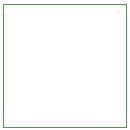
<source format=gbr>
%TF.GenerationSoftware,KiCad,Pcbnew,(5.1.6)-1*%
%TF.CreationDate,2020-09-26T01:45:02-05:00*%
%TF.ProjectId,pcb,7063622e-6b69-4636-9164-5f7063625858,rev?*%
%TF.SameCoordinates,Original*%
%TF.FileFunction,Profile,NP*%
%FSLAX46Y46*%
G04 Gerber Fmt 4.6, Leading zero omitted, Abs format (unit mm)*
G04 Created by KiCad (PCBNEW (5.1.6)-1) date 2020-09-26 01:45:02*
%MOMM*%
%LPD*%
G01*
G04 APERTURE LIST*
%TA.AperFunction,Profile*%
%ADD10C,0.050000*%
%TD*%
G04 APERTURE END LIST*
D10*
X126873000Y-89027000D02*
X126873000Y-78613000D01*
X137287000Y-89027000D02*
X126873000Y-89027000D01*
X137287000Y-78613000D02*
X137287000Y-89027000D01*
X126873000Y-78613000D02*
X137287000Y-78613000D01*
M02*

</source>
